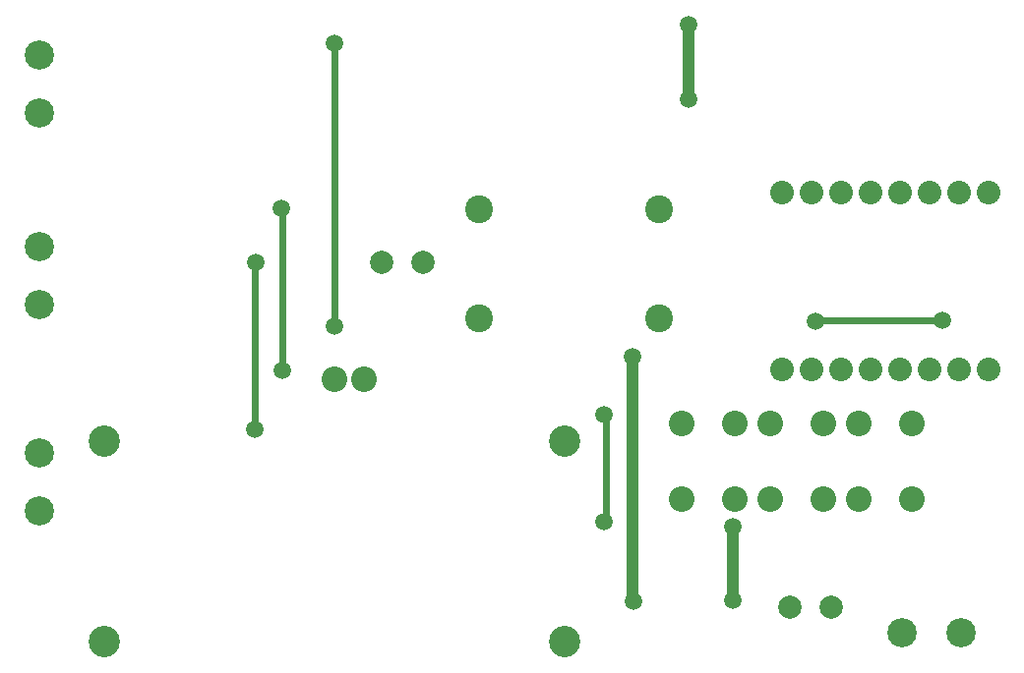
<source format=gbr>
G04 EAGLE Gerber RS-274X export*
G75*
%MOMM*%
%FSLAX34Y34*%
%LPD*%
%INBottom Copper*%
%IPPOS*%
%AMOC8*
5,1,8,0,0,1.08239X$1,22.5*%
G01*
%ADD10C,2.012800*%
%ADD11C,2.216000*%
%ADD12C,2.700000*%
%ADD13C,2.400000*%
%ADD14C,2.040000*%
%ADD15C,2.520800*%
%ADD16C,1.500000*%
%ADD17C,1.016000*%
%ADD18C,0.609600*%


D10*
X722630Y69850D03*
X758190Y69850D03*
X370840Y367030D03*
X406400Y367030D03*
D11*
X355600Y266700D03*
X330200Y266700D03*
X827064Y228273D03*
X827064Y163249D03*
X781852Y228273D03*
X781852Y163249D03*
X750864Y228273D03*
X750864Y163249D03*
X705652Y228273D03*
X705652Y163249D03*
X674664Y228273D03*
X674664Y163249D03*
X629452Y228273D03*
X629452Y163249D03*
D12*
X528320Y213360D03*
X528320Y40640D03*
X132080Y40640D03*
X132080Y213360D03*
D13*
X609600Y412750D03*
X609600Y318770D03*
X454660Y318770D03*
X454660Y412750D03*
D14*
X893201Y274778D03*
X867801Y274778D03*
X842401Y274778D03*
X817001Y274778D03*
X791601Y274778D03*
X766201Y274778D03*
X740801Y274778D03*
X715401Y274778D03*
X715401Y427178D03*
X740801Y427178D03*
X766201Y427178D03*
X791601Y427178D03*
X817001Y427178D03*
X842401Y427178D03*
X867801Y427178D03*
X893201Y427178D03*
D15*
X819404Y48260D03*
X869696Y48260D03*
X76200Y202946D03*
X76200Y152654D03*
X76200Y380746D03*
X76200Y330454D03*
X76200Y545846D03*
X76200Y495554D03*
D16*
X588010Y74930D03*
D17*
X586740Y76200D02*
X586740Y285750D01*
X586740Y76200D02*
X588010Y74930D01*
D16*
X586740Y285750D03*
X673100Y76200D03*
D17*
X673100Y139700D01*
D16*
X673100Y139700D03*
X635000Y508000D03*
D17*
X635000Y571840D01*
D16*
X635000Y571840D03*
X330200Y312420D03*
D18*
X330200Y556260D01*
D16*
X330200Y556260D03*
X562610Y143510D03*
D18*
X563880Y144780D02*
X563880Y234950D01*
X563880Y144780D02*
X562610Y143510D01*
X563880Y234950D02*
X562610Y236220D01*
D16*
X562610Y236220D03*
X853440Y317500D03*
D18*
X745490Y317500D01*
X744220Y316230D01*
D16*
X744220Y316230D03*
X261620Y223520D03*
D18*
X261620Y365760D01*
X262890Y367030D01*
D16*
X262890Y367030D03*
X285750Y274320D03*
D18*
X285750Y412750D01*
X284480Y414020D01*
D16*
X284480Y414020D03*
M02*

</source>
